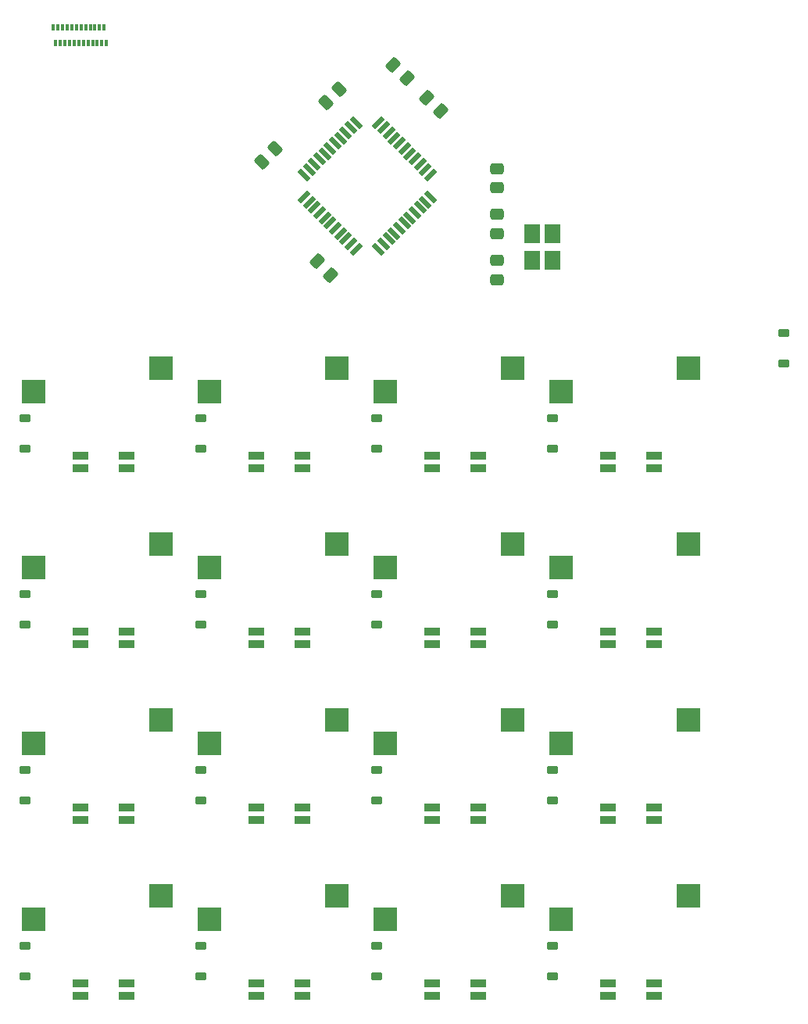
<source format=gbr>
%TF.GenerationSoftware,KiCad,Pcbnew,(7.0.0)*%
%TF.CreationDate,2023-03-09T16:04:36-06:00*%
%TF.ProjectId,RB-Macro16,52422d4d-6163-4726-9f31-362e6b696361,rev?*%
%TF.SameCoordinates,Original*%
%TF.FileFunction,Paste,Bot*%
%TF.FilePolarity,Positive*%
%FSLAX46Y46*%
G04 Gerber Fmt 4.6, Leading zero omitted, Abs format (unit mm)*
G04 Created by KiCad (PCBNEW (7.0.0)) date 2023-03-09 16:04:36*
%MOMM*%
%LPD*%
G01*
G04 APERTURE LIST*
G04 Aperture macros list*
%AMRoundRect*
0 Rectangle with rounded corners*
0 $1 Rounding radius*
0 $2 $3 $4 $5 $6 $7 $8 $9 X,Y pos of 4 corners*
0 Add a 4 corners polygon primitive as box body*
4,1,4,$2,$3,$4,$5,$6,$7,$8,$9,$2,$3,0*
0 Add four circle primitives for the rounded corners*
1,1,$1+$1,$2,$3*
1,1,$1+$1,$4,$5*
1,1,$1+$1,$6,$7*
1,1,$1+$1,$8,$9*
0 Add four rect primitives between the rounded corners*
20,1,$1+$1,$2,$3,$4,$5,0*
20,1,$1+$1,$4,$5,$6,$7,0*
20,1,$1+$1,$6,$7,$8,$9,0*
20,1,$1+$1,$8,$9,$2,$3,0*%
%AMRotRect*
0 Rectangle, with rotation*
0 The origin of the aperture is its center*
0 $1 length*
0 $2 width*
0 $3 Rotation angle, in degrees counterclockwise*
0 Add horizontal line*
21,1,$1,$2,0,0,$3*%
G04 Aperture macros list end*
%ADD10R,1.800000X0.820000*%
%ADD11R,2.550000X2.500000*%
%ADD12RoundRect,0.225000X0.375000X-0.225000X0.375000X0.225000X-0.375000X0.225000X-0.375000X-0.225000X0*%
%ADD13RoundRect,0.250000X-0.097227X0.574524X-0.574524X0.097227X0.097227X-0.574524X0.574524X-0.097227X0*%
%ADD14R,1.800000X2.100000*%
%ADD15RoundRect,0.250000X-0.475000X0.337500X-0.475000X-0.337500X0.475000X-0.337500X0.475000X0.337500X0*%
%ADD16RoundRect,0.250000X0.475000X-0.337500X0.475000X0.337500X-0.475000X0.337500X-0.475000X-0.337500X0*%
%ADD17RotRect,1.500000X0.550000X135.000000*%
%ADD18RotRect,1.500000X0.550000X225.000000*%
%ADD19RoundRect,0.250000X0.574524X0.097227X0.097227X0.574524X-0.574524X-0.097227X-0.097227X-0.574524X0*%
%ADD20RoundRect,0.250000X0.097227X-0.574524X0.574524X-0.097227X-0.097227X0.574524X-0.574524X0.097227X0*%
%ADD21R,0.300000X0.700000*%
%ADD22RoundRect,0.250000X-0.574524X-0.097227X-0.097227X-0.574524X0.574524X0.097227X0.097227X0.574524X0*%
G04 APERTURE END LIST*
D10*
%TO.C,KSW9*%
X58710389Y-131006149D03*
X58710389Y-132366149D03*
X63710389Y-132366149D03*
X63710389Y-131006149D03*
D11*
X67449589Y-121526149D03*
X53599589Y-124066149D03*
%TD*%
D10*
%TO.C,KSW16*%
X115860389Y-150056149D03*
X115860389Y-151416149D03*
X120860389Y-151416149D03*
X120860389Y-150056149D03*
D11*
X124599589Y-140576149D03*
X110749589Y-143116149D03*
%TD*%
D10*
%TO.C,KSW7*%
X96810389Y-111956149D03*
X96810389Y-113316149D03*
X101810389Y-113316149D03*
X101810389Y-111956149D03*
D11*
X105549589Y-102476149D03*
X91699589Y-105016149D03*
%TD*%
D10*
%TO.C,KSW3*%
X96810389Y-92906149D03*
X96810389Y-94266149D03*
X101810389Y-94266149D03*
X101810389Y-92906149D03*
D11*
X105549589Y-83426149D03*
X91699589Y-85966149D03*
%TD*%
D10*
%TO.C,KSW15*%
X96810389Y-150056149D03*
X96810389Y-151416149D03*
X101810389Y-151416149D03*
X101810389Y-150056149D03*
D11*
X105549589Y-140576149D03*
X91699589Y-143116149D03*
%TD*%
D10*
%TO.C,KSW6*%
X77760389Y-111956149D03*
X77760389Y-113316149D03*
X82760389Y-113316149D03*
X82760389Y-111956149D03*
D11*
X86499589Y-102476149D03*
X72649589Y-105016149D03*
%TD*%
D10*
%TO.C,KSW14*%
X77760389Y-150056149D03*
X77760389Y-151416149D03*
X82760389Y-151416149D03*
X82760389Y-150056149D03*
D11*
X86499589Y-140576149D03*
X72649589Y-143116149D03*
%TD*%
D10*
%TO.C,KSW1*%
X58710389Y-92906149D03*
X58710389Y-94266149D03*
X63710389Y-94266149D03*
X63710389Y-92906149D03*
D11*
X67449589Y-83426149D03*
X53599589Y-85966149D03*
%TD*%
D10*
%TO.C,KSW2*%
X77760389Y-92906149D03*
X77760389Y-94266149D03*
X82760389Y-94266149D03*
X82760389Y-92906149D03*
D11*
X86499589Y-83426149D03*
X72649589Y-85966149D03*
%TD*%
D10*
%TO.C,KSW5*%
X58710389Y-111956149D03*
X58710389Y-113316149D03*
X63710389Y-113316149D03*
X63710389Y-111956149D03*
D11*
X67449589Y-102476149D03*
X53599589Y-105016149D03*
%TD*%
D10*
%TO.C,KSW12*%
X115860389Y-131006149D03*
X115860389Y-132366149D03*
X120860389Y-132366149D03*
X120860389Y-131006149D03*
D11*
X124599589Y-121526149D03*
X110749589Y-124066149D03*
%TD*%
D10*
%TO.C,KSW10*%
X77760389Y-131006149D03*
X77760389Y-132366149D03*
X82760389Y-132366149D03*
X82760389Y-131006149D03*
D11*
X86499589Y-121526149D03*
X72649589Y-124066149D03*
%TD*%
D10*
%TO.C,KSW11*%
X96810389Y-131006149D03*
X96810389Y-132366149D03*
X101810389Y-132366149D03*
X101810389Y-131006149D03*
D11*
X105549589Y-121526149D03*
X91699589Y-124066149D03*
%TD*%
D10*
%TO.C,KSW8*%
X115860389Y-111956149D03*
X115860389Y-113316149D03*
X120860389Y-113316149D03*
X120860389Y-111956149D03*
D11*
X124599589Y-102476149D03*
X110749589Y-105016149D03*
%TD*%
D10*
%TO.C,KSW13*%
X58710389Y-150056149D03*
X58710389Y-151416149D03*
X63710389Y-151416149D03*
X63710389Y-150056149D03*
D11*
X67449589Y-140576149D03*
X53599589Y-143116149D03*
%TD*%
D10*
%TO.C,KSW4*%
X115860389Y-92906149D03*
X115860389Y-94266149D03*
X120860389Y-94266149D03*
X120860389Y-92906149D03*
D11*
X124599589Y-83426149D03*
X110749589Y-85966149D03*
%TD*%
D12*
%TO.C,D7*%
X90759590Y-111206150D03*
X90759590Y-107906150D03*
%TD*%
D13*
%TO.C,C24*%
X86753623Y-53206377D03*
X85286377Y-54673623D03*
%TD*%
D14*
%TO.C,X1*%
X107619999Y-71759999D03*
X107619999Y-68859999D03*
X109819999Y-68859999D03*
X109819999Y-71759999D03*
%TD*%
D12*
%TO.C,D17*%
X134862090Y-82906150D03*
X134862090Y-79606150D03*
%TD*%
%TO.C,D13*%
X52659590Y-149306150D03*
X52659590Y-146006150D03*
%TD*%
%TO.C,D10*%
X71709590Y-130256150D03*
X71709590Y-126956150D03*
%TD*%
%TO.C,D16*%
X109809590Y-149306150D03*
X109809590Y-146006150D03*
%TD*%
D15*
%TO.C,C17*%
X103820000Y-71750000D03*
X103820000Y-73825000D03*
%TD*%
D12*
%TO.C,D4*%
X109809590Y-92156150D03*
X109809590Y-88856150D03*
%TD*%
%TO.C,D3*%
X90759590Y-92156150D03*
X90759590Y-88856150D03*
%TD*%
D15*
%TO.C,C22*%
X103820000Y-61815000D03*
X103820000Y-63890000D03*
%TD*%
D16*
%TO.C,C18*%
X103820000Y-68857500D03*
X103820000Y-66782500D03*
%TD*%
D17*
%TO.C,U1*%
X88567917Y-56821063D03*
X88002232Y-57386749D03*
X87436547Y-57952434D03*
X86870861Y-58518119D03*
X86305176Y-59083805D03*
X85739490Y-59649490D03*
X85173805Y-60215176D03*
X84608119Y-60780861D03*
X84042434Y-61346547D03*
X83476749Y-61912232D03*
X82911063Y-62477917D03*
D18*
X82911063Y-64882081D03*
X83476749Y-65447766D03*
X84042434Y-66013451D03*
X84608119Y-66579137D03*
X85173805Y-67144822D03*
X85739490Y-67710508D03*
X86305176Y-68276193D03*
X86870861Y-68841879D03*
X87436547Y-69407564D03*
X88002232Y-69973249D03*
X88567917Y-70538935D03*
D17*
X90972081Y-70538935D03*
X91537766Y-69973249D03*
X92103451Y-69407564D03*
X92669137Y-68841879D03*
X93234822Y-68276193D03*
X93800508Y-67710508D03*
X94366193Y-67144822D03*
X94931879Y-66579137D03*
X95497564Y-66013451D03*
X96063249Y-65447766D03*
X96628935Y-64882081D03*
D18*
X96628935Y-62477917D03*
X96063249Y-61912232D03*
X95497564Y-61346547D03*
X94931879Y-60780861D03*
X94366193Y-60215176D03*
X93800508Y-59649490D03*
X93234822Y-59083805D03*
X92669137Y-58518119D03*
X92103451Y-57952434D03*
X91537766Y-57386749D03*
X90972081Y-56821063D03*
%TD*%
D12*
%TO.C,D12*%
X109809590Y-130256150D03*
X109809590Y-126956150D03*
%TD*%
%TO.C,D5*%
X52659590Y-111206150D03*
X52659590Y-107906150D03*
%TD*%
D19*
%TO.C,C21*%
X94043623Y-52033623D03*
X92576377Y-50566377D03*
%TD*%
D20*
%TO.C,C20*%
X78336377Y-61073623D03*
X79803623Y-59606377D03*
%TD*%
D21*
%TO.C,J1*%
X56009589Y-48226149D03*
X56509589Y-48226149D03*
X57009589Y-48226149D03*
X57509589Y-48226149D03*
X58009589Y-48226149D03*
X58509589Y-48226149D03*
X59009589Y-48226149D03*
X59509589Y-48226149D03*
X60009589Y-48226149D03*
X60509589Y-48226149D03*
X61009589Y-48226149D03*
X61509589Y-48226149D03*
X61259589Y-46526149D03*
X60759589Y-46526149D03*
X60259589Y-46526149D03*
X59759589Y-46526149D03*
X59259589Y-46526149D03*
X58759589Y-46526149D03*
X58259589Y-46526149D03*
X57759589Y-46526149D03*
X57259589Y-46526149D03*
X56759589Y-46526149D03*
X56259589Y-46526149D03*
X55759589Y-46526149D03*
%TD*%
D12*
%TO.C,D2*%
X71709590Y-92156150D03*
X71709590Y-88856150D03*
%TD*%
%TO.C,D11*%
X90759590Y-130256150D03*
X90759590Y-126956150D03*
%TD*%
%TO.C,D1*%
X52659590Y-92156150D03*
X52659590Y-88856150D03*
%TD*%
%TO.C,D15*%
X90759590Y-149306150D03*
X90759590Y-146006150D03*
%TD*%
%TO.C,D14*%
X71709590Y-149306150D03*
X71709590Y-146006150D03*
%TD*%
%TO.C,D9*%
X52659590Y-130256150D03*
X52659590Y-126956150D03*
%TD*%
D19*
%TO.C,C19*%
X97703623Y-55613623D03*
X96236377Y-54146377D03*
%TD*%
D22*
%TO.C,C23*%
X84336377Y-71856377D03*
X85803623Y-73323623D03*
%TD*%
D12*
%TO.C,D8*%
X109809590Y-111206150D03*
X109809590Y-107906150D03*
%TD*%
%TO.C,D6*%
X71709590Y-111206150D03*
X71709590Y-107906150D03*
%TD*%
M02*

</source>
